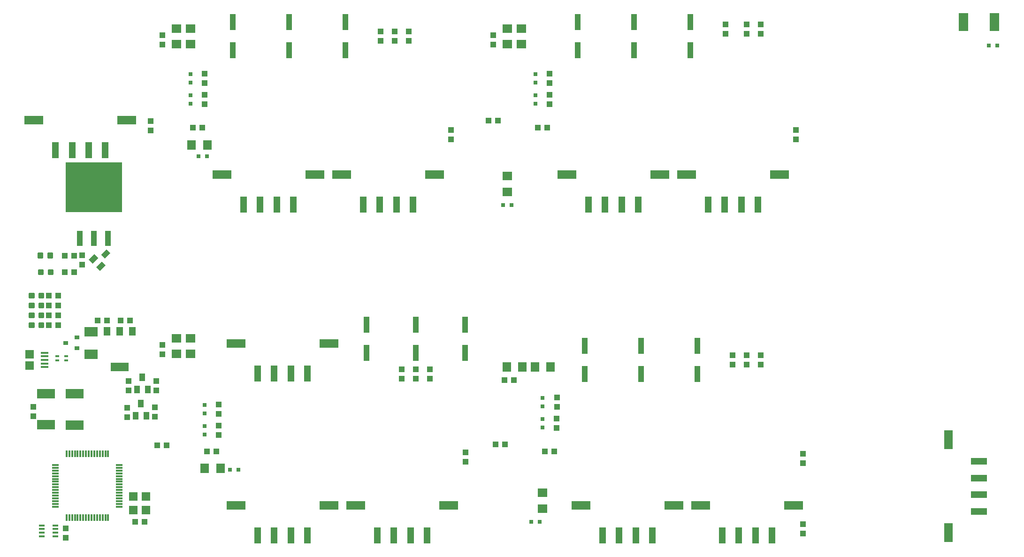
<source format=gtp>
G75*
%MOIN*%
%OFA0B0*%
%FSLAX25Y25*%
%IPPOS*%
%LPD*%
%AMOC8*
5,1,8,0,0,1.08239X$1,22.5*
%
%ADD10R,0.03150X0.03150*%
%ADD11R,0.03937X0.04331*%
%ADD12R,0.04331X0.03937*%
%ADD13R,0.07098X0.06299*%
%ADD14R,0.05906X0.06299*%
%ADD15R,0.12598X0.07087*%
%ADD16R,0.01181X0.04724*%
%ADD17R,0.04724X0.01181*%
%ADD18C,0.01181*%
%ADD19R,0.03937X0.01772*%
%ADD20R,0.03937X0.05512*%
%ADD21R,0.07087X0.06299*%
%ADD22R,0.04300X0.11400*%
%ADD23R,0.07087X0.12598*%
%ADD24R,0.04000X0.10600*%
%ADD25R,0.40000X0.35200*%
%ADD26R,0.06299X0.07098*%
%ADD27R,0.06299X0.07087*%
%ADD28R,0.06102X0.05906*%
%ADD29R,0.05315X0.01575*%
%ADD30R,0.02756X0.01772*%
%ADD31R,0.03500X0.03100*%
%ADD32R,0.09449X0.07087*%
%ADD33R,0.04724X0.06299*%
%ADD34R,0.12992X0.06299*%
%ADD35R,0.13504X0.06496*%
%ADD36R,0.05000X0.11496*%
%ADD37R,0.06496X0.13504*%
%ADD38R,0.11496X0.05000*%
D10*
X0153047Y0065701D03*
X0158953Y0065701D03*
X0135000Y0090648D03*
X0135000Y0096554D03*
X0135000Y0105648D03*
X0135000Y0111554D03*
X0367047Y0028601D03*
X0372953Y0028601D03*
X0375000Y0095648D03*
X0375000Y0101554D03*
X0375000Y0110648D03*
X0375000Y0116554D03*
X0352953Y0253601D03*
X0347047Y0253601D03*
X0370000Y0325648D03*
X0370000Y0331554D03*
X0370000Y0340648D03*
X0370000Y0346554D03*
X0136580Y0288162D03*
X0130674Y0288162D03*
X0125000Y0325648D03*
X0125000Y0331554D03*
X0125000Y0340648D03*
X0125000Y0346554D03*
X0691969Y0367026D03*
X0697874Y0367026D03*
D11*
X0530000Y0375254D03*
X0530000Y0381947D03*
X0520000Y0381947D03*
X0520000Y0375254D03*
X0505000Y0375254D03*
X0505000Y0381947D03*
X0378346Y0308601D03*
X0371654Y0308601D03*
X0343346Y0313601D03*
X0336654Y0313601D03*
X0340000Y0367754D03*
X0340000Y0374447D03*
X0280000Y0376947D03*
X0270000Y0376947D03*
X0270000Y0370254D03*
X0280000Y0370254D03*
X0260000Y0370254D03*
X0260000Y0376947D03*
X0133346Y0308601D03*
X0126654Y0308601D03*
X0105000Y0367754D03*
X0105000Y0374447D03*
X0048000Y0217847D03*
X0042246Y0217801D03*
X0035554Y0217801D03*
X0048000Y0211154D03*
X0042146Y0206101D03*
X0035454Y0206101D03*
X0030846Y0189301D03*
X0024154Y0189301D03*
X0024154Y0182301D03*
X0030846Y0182301D03*
X0030846Y0175301D03*
X0024154Y0175301D03*
X0024154Y0168301D03*
X0030846Y0168301D03*
X0105000Y0154447D03*
X0105000Y0147754D03*
X0013300Y0110247D03*
X0013300Y0103554D03*
X0101254Y0083001D03*
X0107946Y0083001D03*
X0136654Y0078601D03*
X0143346Y0078601D03*
X0275000Y0130254D03*
X0275000Y0136947D03*
X0285000Y0136947D03*
X0295000Y0136947D03*
X0295000Y0130254D03*
X0285000Y0130254D03*
X0341654Y0083601D03*
X0348346Y0083601D03*
X0376654Y0078601D03*
X0383346Y0078601D03*
X0510000Y0140254D03*
X0510000Y0146947D03*
X0520000Y0146947D03*
X0520000Y0140254D03*
X0530000Y0140254D03*
X0530000Y0146947D03*
D12*
X0560000Y0076947D03*
X0560000Y0070254D03*
X0560000Y0026947D03*
X0560000Y0020254D03*
X0385000Y0095254D03*
X0385000Y0101947D03*
X0385200Y0110254D03*
X0385200Y0116947D03*
X0354546Y0129301D03*
X0347854Y0129301D03*
X0320118Y0077853D03*
X0320118Y0071160D03*
X0145000Y0090254D03*
X0145000Y0096947D03*
X0145000Y0105254D03*
X0145000Y0111947D03*
X0099700Y0109847D03*
X0099700Y0103154D03*
X0080000Y0103054D03*
X0080000Y0109747D03*
X0080800Y0122054D03*
X0080800Y0128747D03*
X0100700Y0128647D03*
X0100700Y0121954D03*
X0081846Y0171701D03*
X0075154Y0171701D03*
X0065446Y0171501D03*
X0058754Y0171501D03*
X0096600Y0306654D03*
X0096600Y0313347D03*
X0135000Y0325254D03*
X0135000Y0331947D03*
X0135000Y0340254D03*
X0135000Y0346947D03*
X0310000Y0306947D03*
X0310000Y0300254D03*
X0380000Y0325254D03*
X0380000Y0331947D03*
X0380000Y0340254D03*
X0380000Y0346947D03*
X0555000Y0306947D03*
X0555000Y0300254D03*
X0092246Y0028501D03*
X0085554Y0028501D03*
X0036100Y0023847D03*
X0036100Y0017154D03*
D13*
X0375000Y0038002D03*
X0375000Y0049199D03*
X0350000Y0263002D03*
X0350000Y0274199D03*
D14*
X0093128Y0046722D03*
X0084072Y0046722D03*
X0084072Y0036880D03*
X0093128Y0036880D03*
D15*
X0042500Y0097477D03*
X0022300Y0097577D03*
X0022300Y0119625D03*
X0042500Y0119525D03*
D16*
X0042742Y0076839D03*
X0044710Y0076839D03*
X0046679Y0076839D03*
X0048647Y0076839D03*
X0050616Y0076839D03*
X0052584Y0076839D03*
X0054553Y0076839D03*
X0056521Y0076839D03*
X0058490Y0076839D03*
X0060458Y0076839D03*
X0062427Y0076839D03*
X0064395Y0076839D03*
X0066364Y0076839D03*
X0040773Y0076839D03*
X0038805Y0076839D03*
X0036836Y0076839D03*
X0036836Y0031563D03*
X0038805Y0031563D03*
X0040773Y0031563D03*
X0042742Y0031563D03*
X0044710Y0031563D03*
X0046679Y0031563D03*
X0048647Y0031563D03*
X0050616Y0031563D03*
X0052584Y0031563D03*
X0054553Y0031563D03*
X0056521Y0031563D03*
X0058490Y0031563D03*
X0060458Y0031563D03*
X0062427Y0031563D03*
X0064395Y0031563D03*
X0066364Y0031563D03*
D17*
X0074238Y0039437D03*
X0074238Y0041406D03*
X0074238Y0043374D03*
X0074238Y0045343D03*
X0074238Y0047311D03*
X0074238Y0049280D03*
X0074238Y0051248D03*
X0074238Y0053217D03*
X0074238Y0055185D03*
X0074238Y0057154D03*
X0074238Y0059122D03*
X0074238Y0061091D03*
X0074238Y0063059D03*
X0074238Y0065028D03*
X0074238Y0066996D03*
X0074238Y0068965D03*
X0028962Y0068965D03*
X0028962Y0066996D03*
X0028962Y0065028D03*
X0028962Y0063059D03*
X0028962Y0061091D03*
X0028962Y0059122D03*
X0028962Y0057154D03*
X0028962Y0055185D03*
X0028962Y0053217D03*
X0028962Y0051248D03*
X0028962Y0049280D03*
X0028962Y0047311D03*
X0028962Y0045343D03*
X0028962Y0043374D03*
X0028962Y0041406D03*
X0028962Y0039437D03*
D18*
X0020331Y0166923D02*
X0020331Y0169679D01*
X0020331Y0166923D02*
X0017575Y0166923D01*
X0017575Y0169679D01*
X0020331Y0169679D01*
X0020331Y0168103D02*
X0017575Y0168103D01*
X0017575Y0169283D02*
X0020331Y0169283D01*
X0020331Y0173923D02*
X0020331Y0176679D01*
X0020331Y0173923D02*
X0017575Y0173923D01*
X0017575Y0176679D01*
X0020331Y0176679D01*
X0020331Y0175103D02*
X0017575Y0175103D01*
X0017575Y0176283D02*
X0020331Y0176283D01*
X0013425Y0176679D02*
X0013425Y0173923D01*
X0010669Y0173923D01*
X0010669Y0176679D01*
X0013425Y0176679D01*
X0013425Y0175103D02*
X0010669Y0175103D01*
X0010669Y0176283D02*
X0013425Y0176283D01*
X0013425Y0180923D02*
X0013425Y0183679D01*
X0013425Y0180923D02*
X0010669Y0180923D01*
X0010669Y0183679D01*
X0013425Y0183679D01*
X0013425Y0182103D02*
X0010669Y0182103D01*
X0010669Y0183283D02*
X0013425Y0183283D01*
X0020331Y0183679D02*
X0020331Y0180923D01*
X0017575Y0180923D01*
X0017575Y0183679D01*
X0020331Y0183679D01*
X0020331Y0182103D02*
X0017575Y0182103D01*
X0017575Y0183283D02*
X0020331Y0183283D01*
X0020331Y0187923D02*
X0020331Y0190679D01*
X0020331Y0187923D02*
X0017575Y0187923D01*
X0017575Y0190679D01*
X0020331Y0190679D01*
X0020331Y0189103D02*
X0017575Y0189103D01*
X0017575Y0190283D02*
X0020331Y0190283D01*
X0013425Y0190679D02*
X0013425Y0187923D01*
X0010669Y0187923D01*
X0010669Y0190679D01*
X0013425Y0190679D01*
X0013425Y0189103D02*
X0010669Y0189103D01*
X0010669Y0190283D02*
X0013425Y0190283D01*
X0020012Y0204703D02*
X0020012Y0207459D01*
X0020012Y0204703D02*
X0017256Y0204703D01*
X0017256Y0207459D01*
X0020012Y0207459D01*
X0020012Y0205883D02*
X0017256Y0205883D01*
X0017256Y0207063D02*
X0020012Y0207063D01*
X0026917Y0207459D02*
X0026917Y0204703D01*
X0024161Y0204703D01*
X0024161Y0207459D01*
X0026917Y0207459D01*
X0026917Y0205883D02*
X0024161Y0205883D01*
X0024161Y0207063D02*
X0026917Y0207063D01*
X0026563Y0216396D02*
X0026563Y0219152D01*
X0026563Y0216396D02*
X0023807Y0216396D01*
X0023807Y0219152D01*
X0026563Y0219152D01*
X0026563Y0217576D02*
X0023807Y0217576D01*
X0023807Y0218756D02*
X0026563Y0218756D01*
X0019658Y0219152D02*
X0019658Y0216396D01*
X0016902Y0216396D01*
X0016902Y0219152D01*
X0019658Y0219152D01*
X0019658Y0217576D02*
X0016902Y0217576D01*
X0016902Y0218756D02*
X0019658Y0218756D01*
X0013425Y0169679D02*
X0013425Y0166923D01*
X0010669Y0166923D01*
X0010669Y0169679D01*
X0013425Y0169679D01*
X0013425Y0168103D02*
X0010669Y0168103D01*
X0010669Y0169283D02*
X0013425Y0169283D01*
D19*
X0019277Y0018462D03*
X0019277Y0021021D03*
X0019277Y0023580D03*
X0019277Y0026139D03*
X0028923Y0026139D03*
X0028923Y0023580D03*
X0028923Y0021021D03*
X0028923Y0018462D03*
D20*
X0085960Y0103870D03*
X0093440Y0103870D03*
X0089700Y0112532D03*
X0086960Y0122770D03*
X0094440Y0122770D03*
X0090700Y0131432D03*
G36*
X0060625Y0206854D02*
X0057842Y0209637D01*
X0061739Y0213534D01*
X0064522Y0210751D01*
X0060625Y0206854D01*
G37*
G36*
X0055336Y0212143D02*
X0052553Y0214926D01*
X0056450Y0218823D01*
X0059233Y0216040D01*
X0055336Y0212143D01*
G37*
G36*
X0064105Y0215623D02*
X0061322Y0218406D01*
X0065219Y0222303D01*
X0068002Y0219520D01*
X0064105Y0215623D01*
G37*
D21*
X0115000Y0159113D03*
X0125000Y0159113D03*
X0125000Y0148089D03*
X0115000Y0148089D03*
X0115000Y0368089D03*
X0125000Y0368089D03*
X0125000Y0379113D03*
X0115000Y0379113D03*
X0350000Y0379113D03*
X0360000Y0379113D03*
X0360000Y0368089D03*
X0350000Y0368089D03*
D22*
X0400000Y0363601D03*
X0400000Y0383601D03*
X0440000Y0383601D03*
X0440000Y0363601D03*
X0480000Y0363601D03*
X0480000Y0383601D03*
X0235000Y0383601D03*
X0235000Y0363601D03*
X0195000Y0363601D03*
X0195000Y0383601D03*
X0155000Y0383601D03*
X0155000Y0363601D03*
X0250000Y0168601D03*
X0250000Y0148601D03*
X0285000Y0148601D03*
X0285000Y0168601D03*
X0320000Y0168601D03*
X0320000Y0148601D03*
X0405000Y0153601D03*
X0405000Y0133601D03*
X0445000Y0133601D03*
X0445000Y0153601D03*
X0485000Y0153601D03*
X0485000Y0133601D03*
D23*
X0673976Y0383601D03*
X0696024Y0383601D03*
D24*
X0066100Y0230001D03*
X0056100Y0230001D03*
X0046100Y0230001D03*
D25*
X0056100Y0266201D03*
D26*
X0125643Y0296288D03*
X0136840Y0296288D03*
X0134902Y0066801D03*
X0146098Y0066801D03*
D27*
X0349488Y0138601D03*
X0360512Y0138601D03*
X0369488Y0138601D03*
X0380512Y0138601D03*
D28*
X0010709Y0139664D03*
X0010709Y0147538D03*
D29*
X0021339Y0148719D03*
X0021339Y0146160D03*
X0021339Y0143601D03*
X0021339Y0141042D03*
X0021339Y0138483D03*
D30*
X0030349Y0143226D03*
X0030349Y0146376D03*
X0036451Y0146376D03*
X0036451Y0143226D03*
D31*
X0044100Y0152001D03*
X0036100Y0155801D03*
X0044100Y0159601D03*
D32*
X0054100Y0163673D03*
X0054100Y0147728D03*
D33*
X0065445Y0163899D03*
X0074500Y0163899D03*
X0083555Y0163899D03*
D34*
X0074500Y0138702D03*
D35*
X0157224Y0155353D03*
X0223248Y0155353D03*
X0223248Y0040353D03*
X0242224Y0040353D03*
X0308248Y0040353D03*
X0402224Y0040353D03*
X0468248Y0040353D03*
X0487224Y0040353D03*
X0553248Y0040353D03*
X0157224Y0040353D03*
X0147224Y0275353D03*
X0213248Y0275353D03*
X0232224Y0275353D03*
X0298248Y0275353D03*
X0392224Y0275353D03*
X0458248Y0275353D03*
X0477224Y0275353D03*
X0543248Y0275353D03*
X0079648Y0314053D03*
X0013624Y0314053D03*
D36*
X0028920Y0292517D03*
X0040731Y0292517D03*
X0052542Y0292517D03*
X0064353Y0292517D03*
X0162520Y0253817D03*
X0174331Y0253817D03*
X0186142Y0253817D03*
X0197953Y0253817D03*
X0247520Y0253817D03*
X0259331Y0253817D03*
X0271142Y0253817D03*
X0282953Y0253817D03*
X0407520Y0253817D03*
X0419331Y0253817D03*
X0431142Y0253817D03*
X0442953Y0253817D03*
X0492520Y0253817D03*
X0504331Y0253817D03*
X0516142Y0253817D03*
X0527953Y0253817D03*
X0207953Y0133817D03*
X0196142Y0133817D03*
X0184331Y0133817D03*
X0172520Y0133817D03*
X0172520Y0018817D03*
X0184331Y0018817D03*
X0196142Y0018817D03*
X0207953Y0018817D03*
X0257520Y0018817D03*
X0269331Y0018817D03*
X0281142Y0018817D03*
X0292953Y0018817D03*
X0417520Y0018817D03*
X0429331Y0018817D03*
X0441142Y0018817D03*
X0452953Y0018817D03*
X0502520Y0018817D03*
X0514331Y0018817D03*
X0526142Y0018817D03*
X0537953Y0018817D03*
D37*
X0663248Y0020825D03*
X0663248Y0086849D03*
D38*
X0684783Y0071554D03*
X0684783Y0059743D03*
X0684783Y0047932D03*
X0684783Y0036121D03*
M02*

</source>
